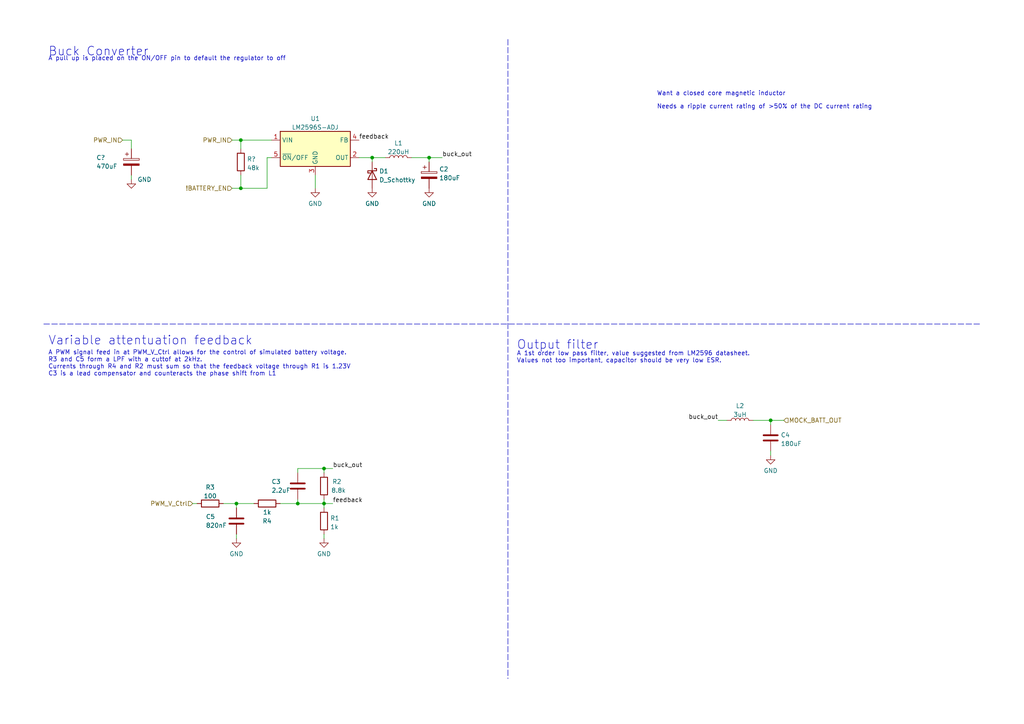
<source format=kicad_sch>
(kicad_sch (version 20211123) (generator eeschema)

  (uuid fb8b7f54-ef41-45c6-aca5-df3e1879cbb6)

  (paper "A4")

  (title_block
    (title "PurplePaddock")
    (date "2022-06-19")
    (rev "1.0")
    (company "RoboCon")
    (comment 1 "A buck converter designed to simulate a battery.")
    (comment 2 "As the motor outputs will not be loaded the current output of this is designed for 1A")
  )

  (lib_symbols
    (symbol "Device:C" (pin_numbers hide) (pin_names (offset 0.254)) (in_bom yes) (on_board yes)
      (property "Reference" "C" (id 0) (at 0.635 2.54 0)
        (effects (font (size 1.27 1.27)) (justify left))
      )
      (property "Value" "C" (id 1) (at 0.635 -2.54 0)
        (effects (font (size 1.27 1.27)) (justify left))
      )
      (property "Footprint" "" (id 2) (at 0.9652 -3.81 0)
        (effects (font (size 1.27 1.27)) hide)
      )
      (property "Datasheet" "~" (id 3) (at 0 0 0)
        (effects (font (size 1.27 1.27)) hide)
      )
      (property "ki_keywords" "cap capacitor" (id 4) (at 0 0 0)
        (effects (font (size 1.27 1.27)) hide)
      )
      (property "ki_description" "Unpolarized capacitor" (id 5) (at 0 0 0)
        (effects (font (size 1.27 1.27)) hide)
      )
      (property "ki_fp_filters" "C_*" (id 6) (at 0 0 0)
        (effects (font (size 1.27 1.27)) hide)
      )
      (symbol "C_0_1"
        (polyline
          (pts
            (xy -2.032 -0.762)
            (xy 2.032 -0.762)
          )
          (stroke (width 0.508) (type default) (color 0 0 0 0))
          (fill (type none))
        )
        (polyline
          (pts
            (xy -2.032 0.762)
            (xy 2.032 0.762)
          )
          (stroke (width 0.508) (type default) (color 0 0 0 0))
          (fill (type none))
        )
      )
      (symbol "C_1_1"
        (pin passive line (at 0 3.81 270) (length 2.794)
          (name "~" (effects (font (size 1.27 1.27))))
          (number "1" (effects (font (size 1.27 1.27))))
        )
        (pin passive line (at 0 -3.81 90) (length 2.794)
          (name "~" (effects (font (size 1.27 1.27))))
          (number "2" (effects (font (size 1.27 1.27))))
        )
      )
    )
    (symbol "Device:C_Polarized" (pin_numbers hide) (pin_names (offset 0.254)) (in_bom yes) (on_board yes)
      (property "Reference" "C" (id 0) (at 0.635 2.54 0)
        (effects (font (size 1.27 1.27)) (justify left))
      )
      (property "Value" "C_Polarized" (id 1) (at 0.635 -2.54 0)
        (effects (font (size 1.27 1.27)) (justify left))
      )
      (property "Footprint" "" (id 2) (at 0.9652 -3.81 0)
        (effects (font (size 1.27 1.27)) hide)
      )
      (property "Datasheet" "~" (id 3) (at 0 0 0)
        (effects (font (size 1.27 1.27)) hide)
      )
      (property "ki_keywords" "cap capacitor" (id 4) (at 0 0 0)
        (effects (font (size 1.27 1.27)) hide)
      )
      (property "ki_description" "Polarized capacitor" (id 5) (at 0 0 0)
        (effects (font (size 1.27 1.27)) hide)
      )
      (property "ki_fp_filters" "CP_*" (id 6) (at 0 0 0)
        (effects (font (size 1.27 1.27)) hide)
      )
      (symbol "C_Polarized_0_1"
        (rectangle (start -2.286 0.508) (end 2.286 1.016)
          (stroke (width 0) (type default) (color 0 0 0 0))
          (fill (type none))
        )
        (polyline
          (pts
            (xy -1.778 2.286)
            (xy -0.762 2.286)
          )
          (stroke (width 0) (type default) (color 0 0 0 0))
          (fill (type none))
        )
        (polyline
          (pts
            (xy -1.27 2.794)
            (xy -1.27 1.778)
          )
          (stroke (width 0) (type default) (color 0 0 0 0))
          (fill (type none))
        )
        (rectangle (start 2.286 -0.508) (end -2.286 -1.016)
          (stroke (width 0) (type default) (color 0 0 0 0))
          (fill (type outline))
        )
      )
      (symbol "C_Polarized_1_1"
        (pin passive line (at 0 3.81 270) (length 2.794)
          (name "~" (effects (font (size 1.27 1.27))))
          (number "1" (effects (font (size 1.27 1.27))))
        )
        (pin passive line (at 0 -3.81 90) (length 2.794)
          (name "~" (effects (font (size 1.27 1.27))))
          (number "2" (effects (font (size 1.27 1.27))))
        )
      )
    )
    (symbol "Device:D_Schottky" (pin_numbers hide) (pin_names (offset 1.016) hide) (in_bom yes) (on_board yes)
      (property "Reference" "D" (id 0) (at 0 2.54 0)
        (effects (font (size 1.27 1.27)))
      )
      (property "Value" "D_Schottky" (id 1) (at 0 -2.54 0)
        (effects (font (size 1.27 1.27)))
      )
      (property "Footprint" "" (id 2) (at 0 0 0)
        (effects (font (size 1.27 1.27)) hide)
      )
      (property "Datasheet" "~" (id 3) (at 0 0 0)
        (effects (font (size 1.27 1.27)) hide)
      )
      (property "ki_keywords" "diode Schottky" (id 4) (at 0 0 0)
        (effects (font (size 1.27 1.27)) hide)
      )
      (property "ki_description" "Schottky diode" (id 5) (at 0 0 0)
        (effects (font (size 1.27 1.27)) hide)
      )
      (property "ki_fp_filters" "TO-???* *_Diode_* *SingleDiode* D_*" (id 6) (at 0 0 0)
        (effects (font (size 1.27 1.27)) hide)
      )
      (symbol "D_Schottky_0_1"
        (polyline
          (pts
            (xy 1.27 0)
            (xy -1.27 0)
          )
          (stroke (width 0) (type default) (color 0 0 0 0))
          (fill (type none))
        )
        (polyline
          (pts
            (xy 1.27 1.27)
            (xy 1.27 -1.27)
            (xy -1.27 0)
            (xy 1.27 1.27)
          )
          (stroke (width 0.254) (type default) (color 0 0 0 0))
          (fill (type none))
        )
        (polyline
          (pts
            (xy -1.905 0.635)
            (xy -1.905 1.27)
            (xy -1.27 1.27)
            (xy -1.27 -1.27)
            (xy -0.635 -1.27)
            (xy -0.635 -0.635)
          )
          (stroke (width 0.254) (type default) (color 0 0 0 0))
          (fill (type none))
        )
      )
      (symbol "D_Schottky_1_1"
        (pin passive line (at -3.81 0 0) (length 2.54)
          (name "K" (effects (font (size 1.27 1.27))))
          (number "1" (effects (font (size 1.27 1.27))))
        )
        (pin passive line (at 3.81 0 180) (length 2.54)
          (name "A" (effects (font (size 1.27 1.27))))
          (number "2" (effects (font (size 1.27 1.27))))
        )
      )
    )
    (symbol "Device:L" (pin_numbers hide) (pin_names (offset 1.016) hide) (in_bom yes) (on_board yes)
      (property "Reference" "L" (id 0) (at -1.27 0 90)
        (effects (font (size 1.27 1.27)))
      )
      (property "Value" "L" (id 1) (at 1.905 0 90)
        (effects (font (size 1.27 1.27)))
      )
      (property "Footprint" "" (id 2) (at 0 0 0)
        (effects (font (size 1.27 1.27)) hide)
      )
      (property "Datasheet" "~" (id 3) (at 0 0 0)
        (effects (font (size 1.27 1.27)) hide)
      )
      (property "ki_keywords" "inductor choke coil reactor magnetic" (id 4) (at 0 0 0)
        (effects (font (size 1.27 1.27)) hide)
      )
      (property "ki_description" "Inductor" (id 5) (at 0 0 0)
        (effects (font (size 1.27 1.27)) hide)
      )
      (property "ki_fp_filters" "Choke_* *Coil* Inductor_* L_*" (id 6) (at 0 0 0)
        (effects (font (size 1.27 1.27)) hide)
      )
      (symbol "L_0_1"
        (arc (start 0 -2.54) (mid 0.635 -1.905) (end 0 -1.27)
          (stroke (width 0) (type default) (color 0 0 0 0))
          (fill (type none))
        )
        (arc (start 0 -1.27) (mid 0.635 -0.635) (end 0 0)
          (stroke (width 0) (type default) (color 0 0 0 0))
          (fill (type none))
        )
        (arc (start 0 0) (mid 0.635 0.635) (end 0 1.27)
          (stroke (width 0) (type default) (color 0 0 0 0))
          (fill (type none))
        )
        (arc (start 0 1.27) (mid 0.635 1.905) (end 0 2.54)
          (stroke (width 0) (type default) (color 0 0 0 0))
          (fill (type none))
        )
      )
      (symbol "L_1_1"
        (pin passive line (at 0 3.81 270) (length 1.27)
          (name "1" (effects (font (size 1.27 1.27))))
          (number "1" (effects (font (size 1.27 1.27))))
        )
        (pin passive line (at 0 -3.81 90) (length 1.27)
          (name "2" (effects (font (size 1.27 1.27))))
          (number "2" (effects (font (size 1.27 1.27))))
        )
      )
    )
    (symbol "Device:R" (pin_numbers hide) (pin_names (offset 0)) (in_bom yes) (on_board yes)
      (property "Reference" "R" (id 0) (at 2.032 0 90)
        (effects (font (size 1.27 1.27)))
      )
      (property "Value" "R" (id 1) (at 0 0 90)
        (effects (font (size 1.27 1.27)))
      )
      (property "Footprint" "" (id 2) (at -1.778 0 90)
        (effects (font (size 1.27 1.27)) hide)
      )
      (property "Datasheet" "~" (id 3) (at 0 0 0)
        (effects (font (size 1.27 1.27)) hide)
      )
      (property "ki_keywords" "R res resistor" (id 4) (at 0 0 0)
        (effects (font (size 1.27 1.27)) hide)
      )
      (property "ki_description" "Resistor" (id 5) (at 0 0 0)
        (effects (font (size 1.27 1.27)) hide)
      )
      (property "ki_fp_filters" "R_*" (id 6) (at 0 0 0)
        (effects (font (size 1.27 1.27)) hide)
      )
      (symbol "R_0_1"
        (rectangle (start -1.016 -2.54) (end 1.016 2.54)
          (stroke (width 0.254) (type default) (color 0 0 0 0))
          (fill (type none))
        )
      )
      (symbol "R_1_1"
        (pin passive line (at 0 3.81 270) (length 1.27)
          (name "~" (effects (font (size 1.27 1.27))))
          (number "1" (effects (font (size 1.27 1.27))))
        )
        (pin passive line (at 0 -3.81 90) (length 1.27)
          (name "~" (effects (font (size 1.27 1.27))))
          (number "2" (effects (font (size 1.27 1.27))))
        )
      )
    )
    (symbol "Regulator_Switching:LM2596S-ADJ" (in_bom yes) (on_board yes)
      (property "Reference" "U" (id 0) (at -10.16 6.35 0)
        (effects (font (size 1.27 1.27)) (justify left))
      )
      (property "Value" "LM2596S-ADJ" (id 1) (at 0 6.35 0)
        (effects (font (size 1.27 1.27)) (justify left))
      )
      (property "Footprint" "Package_TO_SOT_SMD:TO-263-5_TabPin3" (id 2) (at 1.27 -6.35 0)
        (effects (font (size 1.27 1.27) italic) (justify left) hide)
      )
      (property "Datasheet" "http://www.ti.com/lit/ds/symlink/lm2596.pdf" (id 3) (at 0 0 0)
        (effects (font (size 1.27 1.27)) hide)
      )
      (property "ki_keywords" "Step-Down Voltage Regulator Adjustable 3A" (id 4) (at 0 0 0)
        (effects (font (size 1.27 1.27)) hide)
      )
      (property "ki_description" "Adjustable 3A Step-Down Voltage Regulator, TO-263" (id 5) (at 0 0 0)
        (effects (font (size 1.27 1.27)) hide)
      )
      (property "ki_fp_filters" "TO?263*" (id 6) (at 0 0 0)
        (effects (font (size 1.27 1.27)) hide)
      )
      (symbol "LM2596S-ADJ_0_1"
        (rectangle (start -10.16 5.08) (end 10.16 -5.08)
          (stroke (width 0.254) (type default) (color 0 0 0 0))
          (fill (type background))
        )
      )
      (symbol "LM2596S-ADJ_1_1"
        (pin power_in line (at -12.7 2.54 0) (length 2.54)
          (name "VIN" (effects (font (size 1.27 1.27))))
          (number "1" (effects (font (size 1.27 1.27))))
        )
        (pin output line (at 12.7 -2.54 180) (length 2.54)
          (name "OUT" (effects (font (size 1.27 1.27))))
          (number "2" (effects (font (size 1.27 1.27))))
        )
        (pin power_in line (at 0 -7.62 90) (length 2.54)
          (name "GND" (effects (font (size 1.27 1.27))))
          (number "3" (effects (font (size 1.27 1.27))))
        )
        (pin input line (at 12.7 2.54 180) (length 2.54)
          (name "FB" (effects (font (size 1.27 1.27))))
          (number "4" (effects (font (size 1.27 1.27))))
        )
        (pin input line (at -12.7 -2.54 0) (length 2.54)
          (name "~{ON}/OFF" (effects (font (size 1.27 1.27))))
          (number "5" (effects (font (size 1.27 1.27))))
        )
      )
    )
    (symbol "power:GND" (power) (pin_names (offset 0)) (in_bom yes) (on_board yes)
      (property "Reference" "#PWR" (id 0) (at 0 -6.35 0)
        (effects (font (size 1.27 1.27)) hide)
      )
      (property "Value" "GND" (id 1) (at 0 -3.81 0)
        (effects (font (size 1.27 1.27)))
      )
      (property "Footprint" "" (id 2) (at 0 0 0)
        (effects (font (size 1.27 1.27)) hide)
      )
      (property "Datasheet" "" (id 3) (at 0 0 0)
        (effects (font (size 1.27 1.27)) hide)
      )
      (property "ki_keywords" "power-flag" (id 4) (at 0 0 0)
        (effects (font (size 1.27 1.27)) hide)
      )
      (property "ki_description" "Power symbol creates a global label with name \"GND\" , ground" (id 5) (at 0 0 0)
        (effects (font (size 1.27 1.27)) hide)
      )
      (symbol "GND_0_1"
        (polyline
          (pts
            (xy 0 0)
            (xy 0 -1.27)
            (xy 1.27 -1.27)
            (xy 0 -2.54)
            (xy -1.27 -1.27)
            (xy 0 -1.27)
          )
          (stroke (width 0) (type default) (color 0 0 0 0))
          (fill (type none))
        )
      )
      (symbol "GND_1_1"
        (pin power_in line (at 0 0 270) (length 0) hide
          (name "GND" (effects (font (size 1.27 1.27))))
          (number "1" (effects (font (size 1.27 1.27))))
        )
      )
    )
  )

  (junction (at 107.95 45.72) (diameter 0) (color 0 0 0 0)
    (uuid 127d2c5c-7bac-4179-8935-783a20840a10)
  )
  (junction (at 69.85 40.64) (diameter 0) (color 0 0 0 0)
    (uuid 17d601c6-93ee-4deb-be86-61785c29cf2d)
  )
  (junction (at 93.98 146.05) (diameter 0) (color 0 0 0 0)
    (uuid 337d5e90-92d6-4aaf-9b62-a476a8a6e769)
  )
  (junction (at 68.58 146.05) (diameter 0) (color 0 0 0 0)
    (uuid 3f7735d9-4cb3-44d1-aa4a-96cdb0f2e34a)
  )
  (junction (at 86.36 146.05) (diameter 0) (color 0 0 0 0)
    (uuid 4b89aaaa-bd37-4701-bec5-2abfbd4f9ed7)
  )
  (junction (at 69.85 54.61) (diameter 0) (color 0 0 0 0)
    (uuid 570c0661-52db-4a27-bfdd-1f88a5b5d1e3)
  )
  (junction (at 124.46 45.72) (diameter 0) (color 0 0 0 0)
    (uuid 912ebf8e-8a8b-4838-b56f-5239678bfea8)
  )
  (junction (at 223.52 121.92) (diameter 0) (color 0 0 0 0)
    (uuid 9a920911-a161-4e4c-9be1-5e44779e44be)
  )
  (junction (at 93.98 135.89) (diameter 0) (color 0 0 0 0)
    (uuid c18a94e6-48c4-4a52-a103-c1de9034ce40)
  )

  (wire (pts (xy 96.52 146.05) (xy 93.98 146.05))
    (stroke (width 0) (type default) (color 0 0 0 0))
    (uuid 0422fa69-4e68-4c25-9175-6f5da83df515)
  )
  (wire (pts (xy 86.36 146.05) (xy 93.98 146.05))
    (stroke (width 0) (type default) (color 0 0 0 0))
    (uuid 0466f635-cb9c-4a88-8b3b-beb350c4b18e)
  )
  (wire (pts (xy 55.88 146.05) (xy 57.15 146.05))
    (stroke (width 0) (type default) (color 0 0 0 0))
    (uuid 0a334104-ec45-4d87-a9eb-144c316a1965)
  )
  (wire (pts (xy 69.85 40.64) (xy 69.85 43.18))
    (stroke (width 0) (type default) (color 0 0 0 0))
    (uuid 0a939ab8-28de-4431-8812-9f9eeacb2f9c)
  )
  (wire (pts (xy 223.52 121.92) (xy 227.33 121.92))
    (stroke (width 0) (type default) (color 0 0 0 0))
    (uuid 10d3004e-2ef1-4d00-a7d2-5bf1acb48d87)
  )
  (wire (pts (xy 218.44 121.92) (xy 223.52 121.92))
    (stroke (width 0) (type default) (color 0 0 0 0))
    (uuid 12ee84a3-7125-4059-b4cd-4386cafab5c4)
  )
  (wire (pts (xy 124.46 45.72) (xy 124.46 46.99))
    (stroke (width 0) (type default) (color 0 0 0 0))
    (uuid 1cbcccf2-44c1-4e20-a313-958aaaa7f831)
  )
  (wire (pts (xy 223.52 130.81) (xy 223.52 132.08))
    (stroke (width 0) (type default) (color 0 0 0 0))
    (uuid 2e7fe69a-948c-4307-99f4-756f89c12b38)
  )
  (wire (pts (xy 68.58 146.05) (xy 64.77 146.05))
    (stroke (width 0) (type default) (color 0 0 0 0))
    (uuid 33d1a912-1c7a-40a0-b9d0-b01f77774d11)
  )
  (wire (pts (xy 119.38 45.72) (xy 124.46 45.72))
    (stroke (width 0) (type default) (color 0 0 0 0))
    (uuid 4be53149-b57f-40cf-9ffe-21024f01764f)
  )
  (wire (pts (xy 124.46 45.72) (xy 128.27 45.72))
    (stroke (width 0) (type default) (color 0 0 0 0))
    (uuid 5d681a89-63df-42aa-9dcb-13cacf7ce775)
  )
  (wire (pts (xy 223.52 121.92) (xy 223.52 123.19))
    (stroke (width 0) (type default) (color 0 0 0 0))
    (uuid 7047dd5d-c51d-4db0-bdf7-4c299a3daeaa)
  )
  (wire (pts (xy 86.36 146.05) (xy 81.28 146.05))
    (stroke (width 0) (type default) (color 0 0 0 0))
    (uuid 76d462b2-8665-42eb-9b0b-497403344c18)
  )
  (wire (pts (xy 73.66 146.05) (xy 68.58 146.05))
    (stroke (width 0) (type default) (color 0 0 0 0))
    (uuid 79ff6def-00c9-440a-9fab-36297575dc92)
  )
  (polyline (pts (xy 12.7 93.98) (xy 284.48 93.98))
    (stroke (width 0) (type default) (color 0 0 0 0))
    (uuid 7c7422eb-b9fe-408d-958a-507b648b6d10)
  )

  (wire (pts (xy 93.98 146.05) (xy 93.98 144.78))
    (stroke (width 0) (type default) (color 0 0 0 0))
    (uuid 86d3369c-5fd3-4ff9-baeb-80f178e107f1)
  )
  (wire (pts (xy 104.14 45.72) (xy 107.95 45.72))
    (stroke (width 0) (type default) (color 0 0 0 0))
    (uuid 8770461d-1958-41ac-b787-77326e07cdc0)
  )
  (wire (pts (xy 96.52 135.89) (xy 93.98 135.89))
    (stroke (width 0) (type default) (color 0 0 0 0))
    (uuid 8aa7c210-67a6-4eff-9071-bd23002c2c7e)
  )
  (wire (pts (xy 69.85 50.8) (xy 69.85 54.61))
    (stroke (width 0) (type default) (color 0 0 0 0))
    (uuid 8af8c7dd-4856-4b82-92eb-2c92bf73f2b0)
  )
  (wire (pts (xy 91.44 50.8) (xy 91.44 54.61))
    (stroke (width 0) (type default) (color 0 0 0 0))
    (uuid 997f1b33-64fa-4e03-b652-4f72e125ab79)
  )
  (wire (pts (xy 93.98 137.16) (xy 93.98 135.89))
    (stroke (width 0) (type default) (color 0 0 0 0))
    (uuid 9ee7be8c-fdfb-4244-a04e-113c0968f327)
  )
  (wire (pts (xy 69.85 40.64) (xy 78.74 40.64))
    (stroke (width 0) (type default) (color 0 0 0 0))
    (uuid a03fa313-7c17-460b-b2d0-6b860cbe8e31)
  )
  (wire (pts (xy 67.31 40.64) (xy 69.85 40.64))
    (stroke (width 0) (type default) (color 0 0 0 0))
    (uuid a54d4e72-c8b0-4d4c-9c14-37bd8179cd21)
  )
  (wire (pts (xy 77.47 54.61) (xy 77.47 45.72))
    (stroke (width 0) (type default) (color 0 0 0 0))
    (uuid a9631911-e1bf-4f9e-a8ae-5096be5b5cd9)
  )
  (wire (pts (xy 93.98 146.05) (xy 93.98 147.32))
    (stroke (width 0) (type default) (color 0 0 0 0))
    (uuid ad5e3909-dbf1-4202-95f4-94b5c05056d3)
  )
  (wire (pts (xy 68.58 147.32) (xy 68.58 146.05))
    (stroke (width 0) (type default) (color 0 0 0 0))
    (uuid b08b05e5-2479-4256-9691-13fed750b35e)
  )
  (wire (pts (xy 77.47 45.72) (xy 78.74 45.72))
    (stroke (width 0) (type default) (color 0 0 0 0))
    (uuid b869f526-3c68-4140-b41e-d3aa330e20e0)
  )
  (wire (pts (xy 208.28 121.92) (xy 210.82 121.92))
    (stroke (width 0) (type default) (color 0 0 0 0))
    (uuid b90c36c9-40e3-4f62-9705-53441556bb10)
  )
  (wire (pts (xy 86.36 135.89) (xy 86.36 137.16))
    (stroke (width 0) (type default) (color 0 0 0 0))
    (uuid b93d70b1-c312-423c-a2b2-cab4e9888dfa)
  )
  (wire (pts (xy 93.98 154.94) (xy 93.98 156.21))
    (stroke (width 0) (type default) (color 0 0 0 0))
    (uuid bac38c2a-6f5a-4a09-ad92-fb7e4e20d345)
  )
  (wire (pts (xy 86.36 144.78) (xy 86.36 146.05))
    (stroke (width 0) (type default) (color 0 0 0 0))
    (uuid bdf3c2d2-0d2c-4961-a46b-bfb4b5618ce6)
  )
  (wire (pts (xy 107.95 45.72) (xy 107.95 46.99))
    (stroke (width 0) (type default) (color 0 0 0 0))
    (uuid c8011ad2-79f4-43ce-bc5f-a4eb113fbf2e)
  )
  (wire (pts (xy 67.31 54.61) (xy 69.85 54.61))
    (stroke (width 0) (type default) (color 0 0 0 0))
    (uuid d3a25261-48c1-41aa-99a6-0ba40e5bdcf2)
  )
  (wire (pts (xy 35.56 40.64) (xy 38.1 40.64))
    (stroke (width 0) (type default) (color 0 0 0 0))
    (uuid d80d4c90-b40f-414e-8736-376e76dddedb)
  )
  (wire (pts (xy 68.58 154.94) (xy 68.58 156.21))
    (stroke (width 0) (type default) (color 0 0 0 0))
    (uuid da4af4aa-73d0-4d01-9883-b968c93e2bb9)
  )
  (wire (pts (xy 69.85 54.61) (xy 77.47 54.61))
    (stroke (width 0) (type default) (color 0 0 0 0))
    (uuid dde1bbc2-32ac-4606-8822-a4c44d3ecf6a)
  )
  (wire (pts (xy 107.95 45.72) (xy 111.76 45.72))
    (stroke (width 0) (type default) (color 0 0 0 0))
    (uuid ebd7f6d0-8eab-4f9f-811f-5636efea042e)
  )
  (wire (pts (xy 38.1 52.07) (xy 38.1 50.8))
    (stroke (width 0) (type default) (color 0 0 0 0))
    (uuid ec62eaa8-b214-4014-911c-ce7ed9d05cd2)
  )
  (wire (pts (xy 93.98 135.89) (xy 86.36 135.89))
    (stroke (width 0) (type default) (color 0 0 0 0))
    (uuid f0faba35-6c82-4c9c-beff-a16cfc0b4aea)
  )
  (polyline (pts (xy 147.32 11.43) (xy 147.32 196.85))
    (stroke (width 0) (type default) (color 0 0 0 0))
    (uuid f7824c1f-1dac-4876-9871-36f318ce384c)
  )

  (wire (pts (xy 38.1 40.64) (xy 38.1 43.18))
    (stroke (width 0) (type default) (color 0 0 0 0))
    (uuid ff9f9789-d8a3-4139-82b5-e9e39a8b666d)
  )

  (text "Want a closed core magnetic inductor\n" (at 190.5 27.94 0)
    (effects (font (size 1.27 1.27)) (justify left bottom))
    (uuid 002867db-8cbd-40c0-951a-7f9f2e18dc80)
  )
  (text "Variable attentuation feedback" (at 13.97 100.33 0)
    (effects (font (size 2.54 2.54)) (justify left bottom))
    (uuid 134b8d2c-2387-4361-bf62-e060684c976b)
  )
  (text "Buck Converter" (at 13.97 16.51 0)
    (effects (font (size 2.54 2.54)) (justify left bottom))
    (uuid ab5eb262-d360-4393-9b25-f0ce7187f731)
  )
  (text "Output filter" (at 149.86 101.6 0)
    (effects (font (size 2.54 2.54)) (justify left bottom))
    (uuid d4176dc6-bfda-4423-b5dc-54fb8847b5de)
  )
  (text "A 1st order low pass filter, value suggested from LM2596 datasheet.\nValues not too important, capacitor should be very low ESR."
    (at 149.86 105.41 0)
    (effects (font (size 1.27 1.27)) (justify left bottom))
    (uuid e158e6e7-9e5b-47a1-a9e7-117348d33071)
  )
  (text "A PWM signal feed in at PWM_V_Ctrl allows for the control of simulated battery voltage.\nR3 and C5 form a LPF with a cuttof at 2kHz. \nCurrents through R4 and R2 must sum so that the feedback voltage through R1 is 1.23V\nC3 is a lead compensator and counteracts the phase shift from L1\n"
    (at 13.97 109.22 0)
    (effects (font (size 1.27 1.27)) (justify left bottom))
    (uuid f36091f0-2380-46ca-9f1e-99060eecc965)
  )
  (text "Needs a ripple current rating of >50% of the DC current rating"
    (at 190.5 31.75 0)
    (effects (font (size 1.27 1.27)) (justify left bottom))
    (uuid f3894b92-b52f-4368-866b-2f0402c7f194)
  )
  (text "A pull up is placed on the ON/OFF pin to default the regulator to off"
    (at 13.97 17.78 0)
    (effects (font (size 1.27 1.27)) (justify left bottom))
    (uuid f87254ff-2dbf-463a-b1b9-dd7e9a266f29)
  )

  (label "feedback" (at 96.52 146.05 0)
    (effects (font (size 1.27 1.27)) (justify left bottom))
    (uuid 3e0b88e5-8861-472f-81aa-fc6614d74063)
  )
  (label "buck_out" (at 128.27 45.72 0)
    (effects (font (size 1.27 1.27)) (justify left bottom))
    (uuid 5d4879a6-0801-439f-ab68-b3e3a77fe371)
  )
  (label "feedback" (at 104.14 40.64 0)
    (effects (font (size 1.27 1.27)) (justify left bottom))
    (uuid a1bc58f4-d6fd-4d66-8f8c-d24a2547eae2)
  )
  (label "buck_out" (at 208.28 121.92 180)
    (effects (font (size 1.27 1.27)) (justify right bottom))
    (uuid c4624309-1ace-4720-a3a6-c4d93bdb7cdb)
  )
  (label "buck_out" (at 96.52 135.89 0)
    (effects (font (size 1.27 1.27)) (justify left bottom))
    (uuid eb02b004-1d54-4c1c-bfbb-16e9473cea48)
  )

  (hierarchical_label "MOCK_BATT_OUT" (shape input) (at 227.33 121.92 0)
    (effects (font (size 1.27 1.27)) (justify left))
    (uuid 21731827-de43-4e40-a75e-1045ea904303)
  )
  (hierarchical_label "!BATTERY_EN" (shape input) (at 67.31 54.61 180)
    (effects (font (size 1.27 1.27)) (justify right))
    (uuid 8e24cac7-b54a-405b-b28e-e61b778029d6)
  )
  (hierarchical_label "PWR_IN" (shape input) (at 67.31 40.64 180)
    (effects (font (size 1.27 1.27)) (justify right))
    (uuid 95270271-9a2b-4e9e-b20c-1504be7d3b3a)
  )
  (hierarchical_label "PWM_V_Ctrl" (shape input) (at 55.88 146.05 180)
    (effects (font (size 1.27 1.27)) (justify right))
    (uuid bc484d60-76e8-41e1-b988-0a7ea43663f7)
  )
  (hierarchical_label "PWR_IN" (shape input) (at 35.56 40.64 180)
    (effects (font (size 1.27 1.27)) (justify right))
    (uuid bf5c8d77-c64a-49e3-80ec-f65f7cbb50aa)
  )

  (symbol (lib_id "power:GND") (at 68.58 156.21 0) (mirror y) (unit 1)
    (in_bom yes) (on_board yes) (fields_autoplaced)
    (uuid 03f5d132-ea09-41e4-8553-70f54cc592c3)
    (property "Reference" "#PWR010" (id 0) (at 68.58 162.56 0)
      (effects (font (size 1.27 1.27)) hide)
    )
    (property "Value" "GND" (id 1) (at 68.58 160.6534 0))
    (property "Footprint" "" (id 2) (at 68.58 156.21 0)
      (effects (font (size 1.27 1.27)) hide)
    )
    (property "Datasheet" "" (id 3) (at 68.58 156.21 0)
      (effects (font (size 1.27 1.27)) hide)
    )
    (pin "1" (uuid 2e6b13f8-092f-47a6-a3ad-38aede999c8c))
  )

  (symbol (lib_id "power:GND") (at 93.98 156.21 0) (mirror y) (unit 1)
    (in_bom yes) (on_board yes) (fields_autoplaced)
    (uuid 0d7ecdd5-bee7-42f5-9f98-518927783a70)
    (property "Reference" "#PWR011" (id 0) (at 93.98 162.56 0)
      (effects (font (size 1.27 1.27)) hide)
    )
    (property "Value" "GND" (id 1) (at 93.98 160.6534 0))
    (property "Footprint" "" (id 2) (at 93.98 156.21 0)
      (effects (font (size 1.27 1.27)) hide)
    )
    (property "Datasheet" "" (id 3) (at 93.98 156.21 0)
      (effects (font (size 1.27 1.27)) hide)
    )
    (pin "1" (uuid d7fbeb57-6f59-4a27-a70e-d8a0e8634cc8))
  )

  (symbol (lib_id "power:GND") (at 107.95 54.61 0) (unit 1)
    (in_bom yes) (on_board yes) (fields_autoplaced)
    (uuid 18a9e924-345c-4a2d-ba08-595ffc779d26)
    (property "Reference" "#PWR07" (id 0) (at 107.95 60.96 0)
      (effects (font (size 1.27 1.27)) hide)
    )
    (property "Value" "GND" (id 1) (at 107.95 59.0534 0))
    (property "Footprint" "" (id 2) (at 107.95 54.61 0)
      (effects (font (size 1.27 1.27)) hide)
    )
    (property "Datasheet" "" (id 3) (at 107.95 54.61 0)
      (effects (font (size 1.27 1.27)) hide)
    )
    (pin "1" (uuid 56e9160f-9a2e-4d54-887a-1ca17368617a))
  )

  (symbol (lib_id "Device:R") (at 93.98 151.13 0) (mirror y) (unit 1)
    (in_bom yes) (on_board yes) (fields_autoplaced)
    (uuid 34a88ea6-d92e-4ba4-8cc4-922e4df7e79b)
    (property "Reference" "R1" (id 0) (at 95.758 150.2953 0)
      (effects (font (size 1.27 1.27)) (justify right))
    )
    (property "Value" "1k" (id 1) (at 95.758 152.8322 0)
      (effects (font (size 1.27 1.27)) (justify right))
    )
    (property "Footprint" "" (id 2) (at 95.758 151.13 90)
      (effects (font (size 1.27 1.27)) hide)
    )
    (property "Datasheet" "~" (id 3) (at 93.98 151.13 0)
      (effects (font (size 1.27 1.27)) hide)
    )
    (pin "1" (uuid 8370e047-c3c5-44e7-a402-35e6a8e8e6f1))
    (pin "2" (uuid d905af8a-eb25-4f99-84f4-be20c1aa4a78))
  )

  (symbol (lib_id "Device:C") (at 86.36 140.97 0) (unit 1)
    (in_bom yes) (on_board yes)
    (uuid 3c596e69-b0ca-48db-8244-b7e3fd67e54c)
    (property "Reference" "C3" (id 0) (at 78.74 139.7 0)
      (effects (font (size 1.27 1.27)) (justify left))
    )
    (property "Value" "2.2uF" (id 1) (at 78.74 142.24 0)
      (effects (font (size 1.27 1.27)) (justify left))
    )
    (property "Footprint" "" (id 2) (at 87.3252 144.78 0)
      (effects (font (size 1.27 1.27)) hide)
    )
    (property "Datasheet" "~" (id 3) (at 86.36 140.97 0)
      (effects (font (size 1.27 1.27)) hide)
    )
    (pin "1" (uuid 598df20e-6756-4306-95d0-fd96a137244e))
    (pin "2" (uuid 5fd2c72b-ad41-4ba1-b79c-a2ecf14da60e))
  )

  (symbol (lib_id "power:GND") (at 223.52 132.08 0) (unit 1)
    (in_bom yes) (on_board yes) (fields_autoplaced)
    (uuid 4a1c648c-059e-42fb-85ff-e3a5d0443d1d)
    (property "Reference" "#PWR09" (id 0) (at 223.52 138.43 0)
      (effects (font (size 1.27 1.27)) hide)
    )
    (property "Value" "GND" (id 1) (at 223.52 136.5234 0))
    (property "Footprint" "" (id 2) (at 223.52 132.08 0)
      (effects (font (size 1.27 1.27)) hide)
    )
    (property "Datasheet" "" (id 3) (at 223.52 132.08 0)
      (effects (font (size 1.27 1.27)) hide)
    )
    (pin "1" (uuid b6dfd6dd-abda-4fa1-861e-8d991298d46f))
  )

  (symbol (lib_id "Device:C_Polarized") (at 38.1 46.99 0) (unit 1)
    (in_bom yes) (on_board yes)
    (uuid 4e4a5b7c-63b4-44b8-9580-8a4c7a1bdf3b)
    (property "Reference" "C?" (id 0) (at 27.94 45.72 0)
      (effects (font (size 1.27 1.27)) (justify left))
    )
    (property "Value" "470uF" (id 1) (at 27.94 48.26 0)
      (effects (font (size 1.27 1.27)) (justify left))
    )
    (property "Footprint" "" (id 2) (at 39.0652 50.8 0)
      (effects (font (size 1.27 1.27)) hide)
    )
    (property "Datasheet" "~" (id 3) (at 38.1 46.99 0)
      (effects (font (size 1.27 1.27)) hide)
    )
    (pin "1" (uuid 984f8190-e6e6-4d23-9fa9-0aa022fdc26b))
    (pin "2" (uuid f88c6c6b-1eac-41af-98e8-34c6e454c6e7))
  )

  (symbol (lib_id "Device:D_Schottky") (at 107.95 50.8 270) (unit 1)
    (in_bom yes) (on_board yes) (fields_autoplaced)
    (uuid 50f5aa0d-2517-43cd-9361-08db4bb62f9d)
    (property "Reference" "D1" (id 0) (at 109.982 49.6478 90)
      (effects (font (size 1.27 1.27)) (justify left))
    )
    (property "Value" "D_Schottky" (id 1) (at 109.982 52.1847 90)
      (effects (font (size 1.27 1.27)) (justify left))
    )
    (property "Footprint" "" (id 2) (at 107.95 50.8 0)
      (effects (font (size 1.27 1.27)) hide)
    )
    (property "Datasheet" "~" (id 3) (at 107.95 50.8 0)
      (effects (font (size 1.27 1.27)) hide)
    )
    (pin "1" (uuid 7ecaea25-125d-4817-baf4-4aa565d92125))
    (pin "2" (uuid f85307b4-4ed3-48ad-a897-0961ac745e20))
  )

  (symbol (lib_id "power:GND") (at 91.44 54.61 0) (unit 1)
    (in_bom yes) (on_board yes) (fields_autoplaced)
    (uuid 5861a0f8-0bb8-443f-b48f-bdb75aef1d2a)
    (property "Reference" "#PWR06" (id 0) (at 91.44 60.96 0)
      (effects (font (size 1.27 1.27)) hide)
    )
    (property "Value" "GND" (id 1) (at 91.44 59.0534 0))
    (property "Footprint" "" (id 2) (at 91.44 54.61 0)
      (effects (font (size 1.27 1.27)) hide)
    )
    (property "Datasheet" "" (id 3) (at 91.44 54.61 0)
      (effects (font (size 1.27 1.27)) hide)
    )
    (pin "1" (uuid 65ddc0aa-87c4-4f96-9a22-e4a85782013d))
  )

  (symbol (lib_id "Device:C_Polarized") (at 124.46 50.8 0) (unit 1)
    (in_bom yes) (on_board yes) (fields_autoplaced)
    (uuid 59ed0904-a264-4149-bbfc-d80a1a95e861)
    (property "Reference" "C2" (id 0) (at 127.381 49.0763 0)
      (effects (font (size 1.27 1.27)) (justify left))
    )
    (property "Value" "180uF" (id 1) (at 127.381 51.6132 0)
      (effects (font (size 1.27 1.27)) (justify left))
    )
    (property "Footprint" "" (id 2) (at 125.4252 54.61 0)
      (effects (font (size 1.27 1.27)) hide)
    )
    (property "Datasheet" "~" (id 3) (at 124.46 50.8 0)
      (effects (font (size 1.27 1.27)) hide)
    )
    (pin "1" (uuid b9481eb6-9c0e-4426-9fff-26332da7dab5))
    (pin "2" (uuid 3beb9ea9-cb81-4400-9006-10dc53ec87bd))
  )

  (symbol (lib_id "Device:R") (at 69.85 46.99 0) (unit 1)
    (in_bom yes) (on_board yes) (fields_autoplaced)
    (uuid 5f3be94a-7e88-4317-9e44-3f911ae171bd)
    (property "Reference" "R?" (id 0) (at 71.628 46.1553 0)
      (effects (font (size 1.27 1.27)) (justify left))
    )
    (property "Value" "48k" (id 1) (at 71.628 48.6922 0)
      (effects (font (size 1.27 1.27)) (justify left))
    )
    (property "Footprint" "" (id 2) (at 68.072 46.99 90)
      (effects (font (size 1.27 1.27)) hide)
    )
    (property "Datasheet" "~" (id 3) (at 69.85 46.99 0)
      (effects (font (size 1.27 1.27)) hide)
    )
    (pin "1" (uuid 896b4ad3-b912-4da5-9988-a46583ce2d6b))
    (pin "2" (uuid f019af19-7d8b-491e-b2a2-59a005bc177f))
  )

  (symbol (lib_id "Device:L") (at 214.63 121.92 90) (unit 1)
    (in_bom yes) (on_board yes) (fields_autoplaced)
    (uuid 6cb2a321-9bb9-4d1b-a41f-353a8f934615)
    (property "Reference" "L2" (id 0) (at 214.63 117.7122 90))
    (property "Value" "3uH" (id 1) (at 214.63 120.2491 90))
    (property "Footprint" "" (id 2) (at 214.63 121.92 0)
      (effects (font (size 1.27 1.27)) hide)
    )
    (property "Datasheet" "~" (id 3) (at 214.63 121.92 0)
      (effects (font (size 1.27 1.27)) hide)
    )
    (pin "1" (uuid c32223cc-3f3b-4e9e-98d2-6b9ed7eebc71))
    (pin "2" (uuid ed000931-9429-407c-9d67-f02076f23a36))
  )

  (symbol (lib_id "Device:L") (at 115.57 45.72 90) (unit 1)
    (in_bom yes) (on_board yes) (fields_autoplaced)
    (uuid 782f45bf-a2ef-4313-a747-f08ffa70f48b)
    (property "Reference" "L1" (id 0) (at 115.57 41.5122 90))
    (property "Value" "220uH" (id 1) (at 115.57 44.0491 90))
    (property "Footprint" "" (id 2) (at 115.57 45.72 0)
      (effects (font (size 1.27 1.27)) hide)
    )
    (property "Datasheet" "~" (id 3) (at 115.57 45.72 0)
      (effects (font (size 1.27 1.27)) hide)
    )
    (pin "1" (uuid 682f7ae1-7d67-4428-b26c-a02778d262ec))
    (pin "2" (uuid 0acbd858-c57d-47f8-a83f-96c9149cd485))
  )

  (symbol (lib_id "power:GND") (at 38.1 52.07 0) (unit 1)
    (in_bom yes) (on_board yes)
    (uuid 8517d4db-1433-4b51-97ec-b75366a35950)
    (property "Reference" "#PWR?" (id 0) (at 38.1 58.42 0)
      (effects (font (size 1.27 1.27)) hide)
    )
    (property "Value" "GND" (id 1) (at 41.91 52.07 0))
    (property "Footprint" "" (id 2) (at 38.1 52.07 0)
      (effects (font (size 1.27 1.27)) hide)
    )
    (property "Datasheet" "" (id 3) (at 38.1 52.07 0)
      (effects (font (size 1.27 1.27)) hide)
    )
    (pin "1" (uuid 474b577a-2745-4d4f-a64b-e697b8c92b59))
  )

  (symbol (lib_id "Device:R") (at 60.96 146.05 270) (mirror x) (unit 1)
    (in_bom yes) (on_board yes) (fields_autoplaced)
    (uuid 99e0294f-4aa6-43b2-b90a-9a145ebcb282)
    (property "Reference" "R3" (id 0) (at 60.96 141.3342 90))
    (property "Value" "100" (id 1) (at 60.96 143.8711 90))
    (property "Footprint" "" (id 2) (at 60.96 147.828 90)
      (effects (font (size 1.27 1.27)) hide)
    )
    (property "Datasheet" "~" (id 3) (at 60.96 146.05 0)
      (effects (font (size 1.27 1.27)) hide)
    )
    (pin "1" (uuid bb981576-2dcb-423c-b921-5264a1616842))
    (pin "2" (uuid af679a30-03ce-44c8-aef4-7b6ddec23040))
  )

  (symbol (lib_id "Regulator_Switching:LM2596S-ADJ") (at 91.44 43.18 0) (unit 1)
    (in_bom yes) (on_board yes) (fields_autoplaced)
    (uuid a1a1c14c-f48b-4100-a758-3c22e952bfbf)
    (property "Reference" "U1" (id 0) (at 91.44 34.4002 0))
    (property "Value" "LM2596S-ADJ" (id 1) (at 91.44 36.9371 0))
    (property "Footprint" "Package_TO_SOT_SMD:TO-263-5_TabPin3" (id 2) (at 92.71 49.53 0)
      (effects (font (size 1.27 1.27) italic) (justify left) hide)
    )
    (property "Datasheet" "http://www.ti.com/lit/ds/symlink/lm2596.pdf" (id 3) (at 91.44 43.18 0)
      (effects (font (size 1.27 1.27)) hide)
    )
    (pin "1" (uuid 66584976-8a8f-499e-8172-cfbe18d7850c))
    (pin "2" (uuid d176712a-3ef6-405e-92af-07b2c6be892a))
    (pin "3" (uuid bb613f8d-4b30-4bc2-b661-b53f6f51dc94))
    (pin "4" (uuid 3dbfc44a-5484-4660-941b-bfd25c98c6f7))
    (pin "5" (uuid e50bd964-d01e-4b85-b81e-b94f81ada711))
  )

  (symbol (lib_id "power:GND") (at 124.46 54.61 0) (unit 1)
    (in_bom yes) (on_board yes) (fields_autoplaced)
    (uuid b12fc848-e555-481a-8395-88e52ac3477b)
    (property "Reference" "#PWR08" (id 0) (at 124.46 60.96 0)
      (effects (font (size 1.27 1.27)) hide)
    )
    (property "Value" "GND" (id 1) (at 124.46 59.0534 0))
    (property "Footprint" "" (id 2) (at 124.46 54.61 0)
      (effects (font (size 1.27 1.27)) hide)
    )
    (property "Datasheet" "" (id 3) (at 124.46 54.61 0)
      (effects (font (size 1.27 1.27)) hide)
    )
    (pin "1" (uuid b42667c8-0bc0-4f2e-af7f-8d8ac03b3a2b))
  )

  (symbol (lib_id "Device:R") (at 77.47 146.05 270) (mirror x) (unit 1)
    (in_bom yes) (on_board yes)
    (uuid b43cc8f4-c336-4060-b559-e29d6c11e601)
    (property "Reference" "R4" (id 0) (at 77.47 151.13 90))
    (property "Value" "1k" (id 1) (at 77.47 148.59 90))
    (property "Footprint" "" (id 2) (at 77.47 147.828 90)
      (effects (font (size 1.27 1.27)) hide)
    )
    (property "Datasheet" "~" (id 3) (at 77.47 146.05 0)
      (effects (font (size 1.27 1.27)) hide)
    )
    (pin "1" (uuid 6bfd5b8d-633c-450c-b741-31e89695fe0a))
    (pin "2" (uuid deff7c09-7869-46e9-89fd-9ce9d27661d8))
  )

  (symbol (lib_id "Device:C") (at 223.52 127 0) (unit 1)
    (in_bom yes) (on_board yes) (fields_autoplaced)
    (uuid dbce9dc2-2f2b-46b7-8c58-1786caa44ed1)
    (property "Reference" "C4" (id 0) (at 226.441 126.1653 0)
      (effects (font (size 1.27 1.27)) (justify left))
    )
    (property "Value" "180uF" (id 1) (at 226.441 128.7022 0)
      (effects (font (size 1.27 1.27)) (justify left))
    )
    (property "Footprint" "" (id 2) (at 224.4852 130.81 0)
      (effects (font (size 1.27 1.27)) hide)
    )
    (property "Datasheet" "~" (id 3) (at 223.52 127 0)
      (effects (font (size 1.27 1.27)) hide)
    )
    (pin "1" (uuid c7fd2465-5723-4cfb-8210-a7d51edfb7f4))
    (pin "2" (uuid dff1baab-cae6-437d-a2e8-7de24c51d732))
  )

  (symbol (lib_id "Device:R") (at 93.98 140.97 0) (mirror y) (unit 1)
    (in_bom yes) (on_board yes)
    (uuid ee3fde3f-f187-4ac9-9dad-0679517dd41c)
    (property "Reference" "R2" (id 0) (at 99.06 139.7 0)
      (effects (font (size 1.27 1.27)) (justify left))
    )
    (property "Value" "8.8k" (id 1) (at 100.33 142.24 0)
      (effects (font (size 1.27 1.27)) (justify left))
    )
    (property "Footprint" "" (id 2) (at 95.758 140.97 90)
      (effects (font (size 1.27 1.27)) hide)
    )
    (property "Datasheet" "~" (id 3) (at 93.98 140.97 0)
      (effects (font (size 1.27 1.27)) hide)
    )
    (pin "1" (uuid 78d8b7f7-bfaa-48cf-9db4-08be972ea277))
    (pin "2" (uuid 697f42a7-42b8-4664-ba15-307ab71b2f2b))
  )

  (symbol (lib_id "Device:C") (at 68.58 151.13 0) (mirror y) (unit 1)
    (in_bom yes) (on_board yes)
    (uuid f0c3b94b-cbed-4dde-9fef-eab083e29f28)
    (property "Reference" "C5" (id 0) (at 59.69 149.86 0)
      (effects (font (size 1.27 1.27)) (justify right))
    )
    (property "Value" "820nF" (id 1) (at 59.69 152.4 0)
      (effects (font (size 1.27 1.27)) (justify right))
    )
    (property "Footprint" "" (id 2) (at 67.6148 154.94 0)
      (effects (font (size 1.27 1.27)) hide)
    )
    (property "Datasheet" "~" (id 3) (at 68.58 151.13 0)
      (effects (font (size 1.27 1.27)) hide)
    )
    (pin "1" (uuid 5efd83c1-e7dc-47b2-a5dd-40bb83772318))
    (pin "2" (uuid 26fd2d78-ba8a-4c49-bd00-1e80440c254f))
  )

  (sheet_instances
    (path "/" (page "1"))
  )

  (symbol_instances
    (path "/5861a0f8-0bb8-443f-b48f-bdb75aef1d2a"
      (reference "#PWR06") (unit 1) (value "GND") (footprint "")
    )
    (path "/18a9e924-345c-4a2d-ba08-595ffc779d26"
      (reference "#PWR07") (unit 1) (value "GND") (footprint "")
    )
    (path "/b12fc848-e555-481a-8395-88e52ac3477b"
      (reference "#PWR08") (unit 1) (value "GND") (footprint "")
    )
    (path "/4a1c648c-059e-42fb-85ff-e3a5d0443d1d"
      (reference "#PWR09") (unit 1) (value "GND") (footprint "")
    )
    (path "/03f5d132-ea09-41e4-8553-70f54cc592c3"
      (reference "#PWR010") (unit 1) (value "GND") (footprint "")
    )
    (path "/0d7ecdd5-bee7-42f5-9f98-518927783a70"
      (reference "#PWR011") (unit 1) (value "GND") (footprint "")
    )
    (path "/8517d4db-1433-4b51-97ec-b75366a35950"
      (reference "#PWR?") (unit 1) (value "GND") (footprint "")
    )
    (path "/59ed0904-a264-4149-bbfc-d80a1a95e861"
      (reference "C2") (unit 1) (value "180uF") (footprint "")
    )
    (path "/3c596e69-b0ca-48db-8244-b7e3fd67e54c"
      (reference "C3") (unit 1) (value "2.2uF") (footprint "")
    )
    (path "/dbce9dc2-2f2b-46b7-8c58-1786caa44ed1"
      (reference "C4") (unit 1) (value "180uF") (footprint "")
    )
    (path "/f0c3b94b-cbed-4dde-9fef-eab083e29f28"
      (reference "C5") (unit 1) (value "820nF") (footprint "")
    )
    (path "/4e4a5b7c-63b4-44b8-9580-8a4c7a1bdf3b"
      (reference "C?") (unit 1) (value "470uF") (footprint "")
    )
    (path "/50f5aa0d-2517-43cd-9361-08db4bb62f9d"
      (reference "D1") (unit 1) (value "D_Schottky") (footprint "")
    )
    (path "/782f45bf-a2ef-4313-a747-f08ffa70f48b"
      (reference "L1") (unit 1) (value "220uH") (footprint "")
    )
    (path "/6cb2a321-9bb9-4d1b-a41f-353a8f934615"
      (reference "L2") (unit 1) (value "3uH") (footprint "")
    )
    (path "/34a88ea6-d92e-4ba4-8cc4-922e4df7e79b"
      (reference "R1") (unit 1) (value "1k") (footprint "")
    )
    (path "/ee3fde3f-f187-4ac9-9dad-0679517dd41c"
      (reference "R2") (unit 1) (value "8.8k") (footprint "")
    )
    (path "/99e0294f-4aa6-43b2-b90a-9a145ebcb282"
      (reference "R3") (unit 1) (value "100") (footprint "")
    )
    (path "/b43cc8f4-c336-4060-b559-e29d6c11e601"
      (reference "R4") (unit 1) (value "1k") (footprint "")
    )
    (path "/5f3be94a-7e88-4317-9e44-3f911ae171bd"
      (reference "R?") (unit 1) (value "48k") (footprint "")
    )
    (path "/a1a1c14c-f48b-4100-a758-3c22e952bfbf"
      (reference "U1") (unit 1) (value "LM2596S-ADJ") (footprint "Package_TO_SOT_SMD:TO-263-5_TabPin3")
    )
  )
)

</source>
